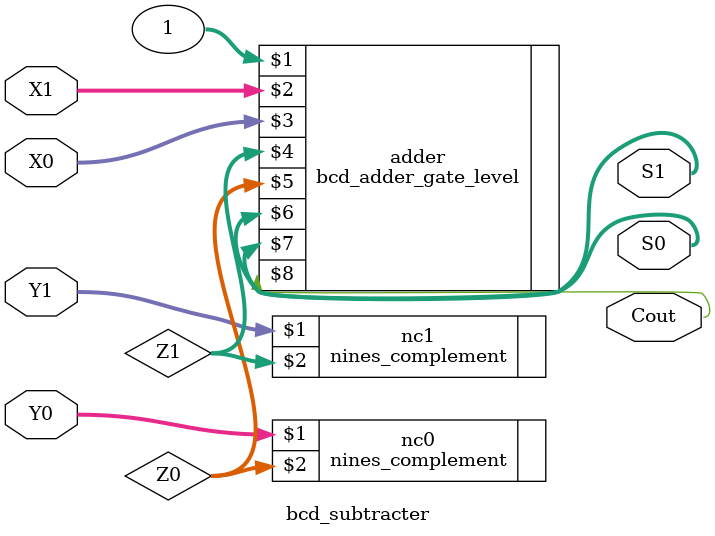
<source format=v>
module bcd_subtracter(
	input [3:0] X1, X0, Y1, Y0,
	output [3:0] S1, S0,
	output Cout
);

wire [3:0] Z0, Z1;
nines_complement nc0(Y0, Z0);
nines_complement nc1(Y1, Z1);

bcd_adder_gate_level adder(1, X1, X0, Z1, Z0, S1, S0, Cout);


endmodule

</source>
